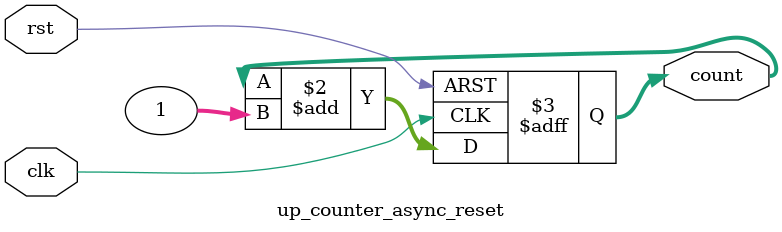
<source format=v>
module up_counter_async_reset (
input wire clk,
input wire rst,
output reg [31:0] count
);
always @(posedge clk or posedge rst) begin
if (rst) begin
count <= 0;
end else begin
count <= count + 1;
end
end
endmodule

</source>
